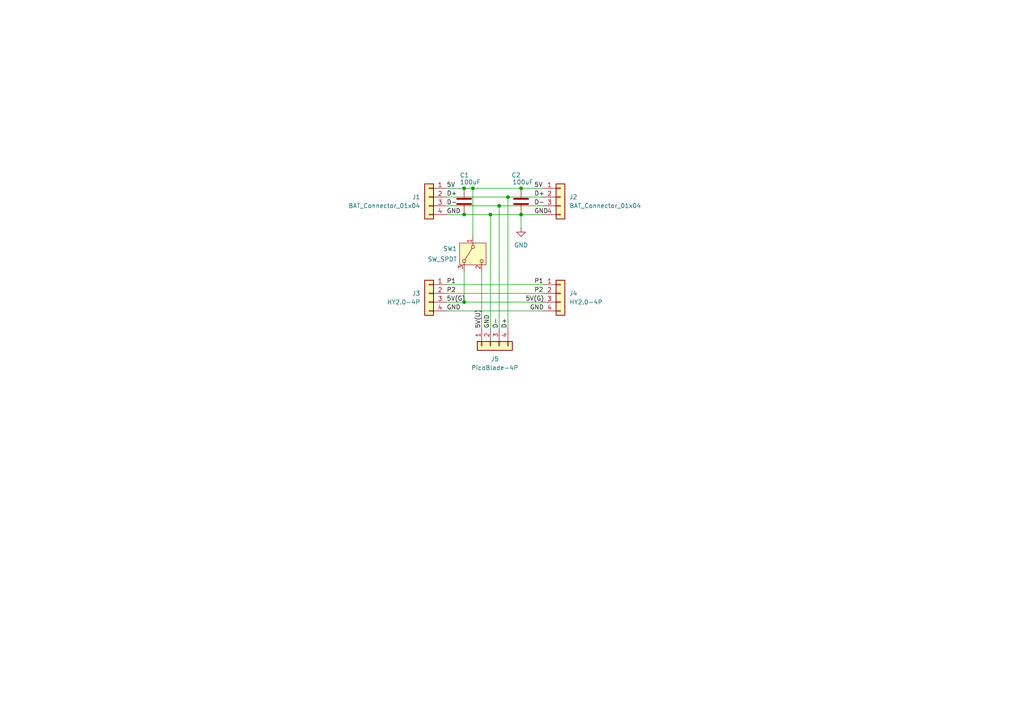
<source format=kicad_sch>
(kicad_sch
	(version 20250114)
	(generator "eeschema")
	(generator_version "9.0")
	(uuid "534e245b-f00c-4345-b989-6d69c18d301d")
	(paper "A4")
	(lib_symbols
		(symbol "Connector_Generic:Conn_01x04"
			(pin_names
				(offset 1.016)
				(hide yes)
			)
			(exclude_from_sim no)
			(in_bom yes)
			(on_board yes)
			(property "Reference" "J"
				(at 0 5.08 0)
				(effects
					(font
						(size 1.27 1.27)
					)
				)
			)
			(property "Value" "Conn_01x04"
				(at 0 -7.62 0)
				(effects
					(font
						(size 1.27 1.27)
					)
				)
			)
			(property "Footprint" ""
				(at 0 0 0)
				(effects
					(font
						(size 1.27 1.27)
					)
					(hide yes)
				)
			)
			(property "Datasheet" "~"
				(at 0 0 0)
				(effects
					(font
						(size 1.27 1.27)
					)
					(hide yes)
				)
			)
			(property "Description" "Generic connector, single row, 01x04, script generated (kicad-library-utils/schlib/autogen/connector/)"
				(at 0 0 0)
				(effects
					(font
						(size 1.27 1.27)
					)
					(hide yes)
				)
			)
			(property "ki_keywords" "connector"
				(at 0 0 0)
				(effects
					(font
						(size 1.27 1.27)
					)
					(hide yes)
				)
			)
			(property "ki_fp_filters" "Connector*:*_1x??_*"
				(at 0 0 0)
				(effects
					(font
						(size 1.27 1.27)
					)
					(hide yes)
				)
			)
			(symbol "Conn_01x04_1_1"
				(rectangle
					(start -1.27 3.81)
					(end 1.27 -6.35)
					(stroke
						(width 0.254)
						(type default)
					)
					(fill
						(type background)
					)
				)
				(rectangle
					(start -1.27 2.667)
					(end 0 2.413)
					(stroke
						(width 0.1524)
						(type default)
					)
					(fill
						(type none)
					)
				)
				(rectangle
					(start -1.27 0.127)
					(end 0 -0.127)
					(stroke
						(width 0.1524)
						(type default)
					)
					(fill
						(type none)
					)
				)
				(rectangle
					(start -1.27 -2.413)
					(end 0 -2.667)
					(stroke
						(width 0.1524)
						(type default)
					)
					(fill
						(type none)
					)
				)
				(rectangle
					(start -1.27 -4.953)
					(end 0 -5.207)
					(stroke
						(width 0.1524)
						(type default)
					)
					(fill
						(type none)
					)
				)
				(pin passive line
					(at -5.08 2.54 0)
					(length 3.81)
					(name "Pin_1"
						(effects
							(font
								(size 1.27 1.27)
							)
						)
					)
					(number "1"
						(effects
							(font
								(size 1.27 1.27)
							)
						)
					)
				)
				(pin passive line
					(at -5.08 0 0)
					(length 3.81)
					(name "Pin_2"
						(effects
							(font
								(size 1.27 1.27)
							)
						)
					)
					(number "2"
						(effects
							(font
								(size 1.27 1.27)
							)
						)
					)
				)
				(pin passive line
					(at -5.08 -2.54 0)
					(length 3.81)
					(name "Pin_3"
						(effects
							(font
								(size 1.27 1.27)
							)
						)
					)
					(number "3"
						(effects
							(font
								(size 1.27 1.27)
							)
						)
					)
				)
				(pin passive line
					(at -5.08 -5.08 0)
					(length 3.81)
					(name "Pin_4"
						(effects
							(font
								(size 1.27 1.27)
							)
						)
					)
					(number "4"
						(effects
							(font
								(size 1.27 1.27)
							)
						)
					)
				)
			)
			(embedded_fonts no)
		)
		(symbol "Device:C"
			(pin_numbers
				(hide yes)
			)
			(pin_names
				(offset 0.254)
			)
			(exclude_from_sim no)
			(in_bom yes)
			(on_board yes)
			(property "Reference" "C"
				(at 0.635 2.54 0)
				(effects
					(font
						(size 1.27 1.27)
					)
					(justify left)
				)
			)
			(property "Value" "C"
				(at 0.635 -2.54 0)
				(effects
					(font
						(size 1.27 1.27)
					)
					(justify left)
				)
			)
			(property "Footprint" ""
				(at 0.9652 -3.81 0)
				(effects
					(font
						(size 1.27 1.27)
					)
					(hide yes)
				)
			)
			(property "Datasheet" "~"
				(at 0 0 0)
				(effects
					(font
						(size 1.27 1.27)
					)
					(hide yes)
				)
			)
			(property "Description" "Unpolarized capacitor"
				(at 0 0 0)
				(effects
					(font
						(size 1.27 1.27)
					)
					(hide yes)
				)
			)
			(property "ki_keywords" "cap capacitor"
				(at 0 0 0)
				(effects
					(font
						(size 1.27 1.27)
					)
					(hide yes)
				)
			)
			(property "ki_fp_filters" "C_*"
				(at 0 0 0)
				(effects
					(font
						(size 1.27 1.27)
					)
					(hide yes)
				)
			)
			(symbol "C_0_1"
				(polyline
					(pts
						(xy -2.032 0.762) (xy 2.032 0.762)
					)
					(stroke
						(width 0.508)
						(type default)
					)
					(fill
						(type none)
					)
				)
				(polyline
					(pts
						(xy -2.032 -0.762) (xy 2.032 -0.762)
					)
					(stroke
						(width 0.508)
						(type default)
					)
					(fill
						(type none)
					)
				)
			)
			(symbol "C_1_1"
				(pin passive line
					(at 0 3.81 270)
					(length 2.794)
					(name "~"
						(effects
							(font
								(size 1.27 1.27)
							)
						)
					)
					(number "1"
						(effects
							(font
								(size 1.27 1.27)
							)
						)
					)
				)
				(pin passive line
					(at 0 -3.81 90)
					(length 2.794)
					(name "~"
						(effects
							(font
								(size 1.27 1.27)
							)
						)
					)
					(number "2"
						(effects
							(font
								(size 1.27 1.27)
							)
						)
					)
				)
			)
			(embedded_fonts no)
		)
		(symbol "Switch:SW_SPDT_312"
			(pin_names
				(offset 1)
				(hide yes)
			)
			(exclude_from_sim no)
			(in_bom yes)
			(on_board yes)
			(property "Reference" "SW"
				(at 0 5.08 0)
				(effects
					(font
						(size 1.27 1.27)
					)
				)
			)
			(property "Value" "SW_SPDT_312"
				(at 0 -5.08 0)
				(effects
					(font
						(size 1.27 1.27)
					)
				)
			)
			(property "Footprint" ""
				(at 0 -10.16 0)
				(effects
					(font
						(size 1.27 1.27)
					)
					(hide yes)
				)
			)
			(property "Datasheet" "~"
				(at 0 -7.62 0)
				(effects
					(font
						(size 1.27 1.27)
					)
					(hide yes)
				)
			)
			(property "Description" "Switch, single pole double throw"
				(at 0 0 0)
				(effects
					(font
						(size 1.27 1.27)
					)
					(hide yes)
				)
			)
			(property "ki_keywords" "changeover single-pole double-throw spdt ON-ON"
				(at 0 0 0)
				(effects
					(font
						(size 1.27 1.27)
					)
					(hide yes)
				)
			)
			(symbol "SW_SPDT_312_0_1"
				(circle
					(center -2.032 0)
					(radius 0.4572)
					(stroke
						(width 0)
						(type default)
					)
					(fill
						(type none)
					)
				)
				(polyline
					(pts
						(xy -1.651 0.254) (xy 1.651 2.286)
					)
					(stroke
						(width 0)
						(type default)
					)
					(fill
						(type none)
					)
				)
				(circle
					(center 2.032 2.54)
					(radius 0.4572)
					(stroke
						(width 0)
						(type default)
					)
					(fill
						(type none)
					)
				)
				(circle
					(center 2.032 -2.54)
					(radius 0.4572)
					(stroke
						(width 0)
						(type default)
					)
					(fill
						(type none)
					)
				)
			)
			(symbol "SW_SPDT_312_1_1"
				(rectangle
					(start -3.175 3.81)
					(end 3.175 -3.81)
					(stroke
						(width 0)
						(type default)
					)
					(fill
						(type background)
					)
				)
				(pin passive line
					(at -5.08 0 0)
					(length 2.54)
					(name "B"
						(effects
							(font
								(size 1.27 1.27)
							)
						)
					)
					(number "1"
						(effects
							(font
								(size 1.27 1.27)
							)
						)
					)
				)
				(pin passive line
					(at 5.08 2.54 180)
					(length 2.54)
					(name "A"
						(effects
							(font
								(size 1.27 1.27)
							)
						)
					)
					(number "3"
						(effects
							(font
								(size 1.27 1.27)
							)
						)
					)
				)
				(pin passive line
					(at 5.08 -2.54 180)
					(length 2.54)
					(name "C"
						(effects
							(font
								(size 1.27 1.27)
							)
						)
					)
					(number "2"
						(effects
							(font
								(size 1.27 1.27)
							)
						)
					)
				)
			)
			(embedded_fonts no)
		)
		(symbol "power:GND"
			(power)
			(pin_numbers
				(hide yes)
			)
			(pin_names
				(offset 0)
				(hide yes)
			)
			(exclude_from_sim no)
			(in_bom yes)
			(on_board yes)
			(property "Reference" "#PWR"
				(at 0 -6.35 0)
				(effects
					(font
						(size 1.27 1.27)
					)
					(hide yes)
				)
			)
			(property "Value" "GND"
				(at 0 -3.81 0)
				(effects
					(font
						(size 1.27 1.27)
					)
				)
			)
			(property "Footprint" ""
				(at 0 0 0)
				(effects
					(font
						(size 1.27 1.27)
					)
					(hide yes)
				)
			)
			(property "Datasheet" ""
				(at 0 0 0)
				(effects
					(font
						(size 1.27 1.27)
					)
					(hide yes)
				)
			)
			(property "Description" "Power symbol creates a global label with name \"GND\" , ground"
				(at 0 0 0)
				(effects
					(font
						(size 1.27 1.27)
					)
					(hide yes)
				)
			)
			(property "ki_keywords" "global power"
				(at 0 0 0)
				(effects
					(font
						(size 1.27 1.27)
					)
					(hide yes)
				)
			)
			(symbol "GND_0_1"
				(polyline
					(pts
						(xy 0 0) (xy 0 -1.27) (xy 1.27 -1.27) (xy 0 -2.54) (xy -1.27 -1.27) (xy 0 -1.27)
					)
					(stroke
						(width 0)
						(type default)
					)
					(fill
						(type none)
					)
				)
			)
			(symbol "GND_1_1"
				(pin power_in line
					(at 0 0 270)
					(length 0)
					(name "~"
						(effects
							(font
								(size 1.27 1.27)
							)
						)
					)
					(number "1"
						(effects
							(font
								(size 1.27 1.27)
							)
						)
					)
				)
			)
			(embedded_fonts no)
		)
	)
	(junction
		(at 144.78 59.69)
		(diameter 0)
		(color 0 0 0 0)
		(uuid "1595b8b2-c649-45d9-82d1-661fe733f90f")
	)
	(junction
		(at 147.32 57.15)
		(diameter 0)
		(color 0 0 0 0)
		(uuid "22471bcb-1a27-49fd-9530-29a97a216307")
	)
	(junction
		(at 142.24 62.23)
		(diameter 0)
		(color 0 0 0 0)
		(uuid "28598078-2459-4809-ac85-8a7b4a18eaec")
	)
	(junction
		(at 134.62 87.63)
		(diameter 0)
		(color 0 0 0 0)
		(uuid "3532e680-9575-4330-9bde-1bb7ba0fcb44")
	)
	(junction
		(at 151.13 54.61)
		(diameter 0)
		(color 0 0 0 0)
		(uuid "4d2f3044-fe09-4c56-8b45-d43200b4a185")
	)
	(junction
		(at 137.16 54.61)
		(diameter 0)
		(color 0 0 0 0)
		(uuid "74fcc237-59f1-43ae-8c1a-15d302244146")
	)
	(junction
		(at 151.13 62.23)
		(diameter 0)
		(color 0 0 0 0)
		(uuid "96c613af-9967-45f2-9bb4-616524281705")
	)
	(junction
		(at 134.62 54.61)
		(diameter 0)
		(color 0 0 0 0)
		(uuid "acd5d93d-de3b-44b0-b7a5-51b26b7028e6")
	)
	(junction
		(at 134.62 62.23)
		(diameter 0)
		(color 0 0 0 0)
		(uuid "f29a70c8-c8fa-4561-9107-b2ce062c9f94")
	)
	(wire
		(pts
			(xy 147.32 57.15) (xy 157.48 57.15)
		)
		(stroke
			(width 0)
			(type default)
		)
		(uuid "1200be45-f5be-4b83-a418-01a08635f4a5")
	)
	(wire
		(pts
			(xy 151.13 62.23) (xy 157.48 62.23)
		)
		(stroke
			(width 0)
			(type default)
		)
		(uuid "1ac00dd6-6254-4b70-b11a-6a8c101c34ec")
	)
	(wire
		(pts
			(xy 137.16 54.61) (xy 137.16 68.58)
		)
		(stroke
			(width 0)
			(type default)
		)
		(uuid "20c82421-7d82-4dcf-bfab-3332bd1d5485")
	)
	(wire
		(pts
			(xy 144.78 59.69) (xy 157.48 59.69)
		)
		(stroke
			(width 0)
			(type default)
		)
		(uuid "21debc89-f8a9-4bd2-b09f-38c96186eb73")
	)
	(wire
		(pts
			(xy 142.24 62.23) (xy 142.24 95.25)
		)
		(stroke
			(width 0)
			(type default)
		)
		(uuid "229a6c3b-1273-43db-8b8c-def4e9a24e74")
	)
	(wire
		(pts
			(xy 129.54 62.23) (xy 134.62 62.23)
		)
		(stroke
			(width 0)
			(type default)
		)
		(uuid "281b637d-dacf-46eb-9e86-6aa74f96208d")
	)
	(wire
		(pts
			(xy 151.13 66.04) (xy 151.13 62.23)
		)
		(stroke
			(width 0)
			(type default)
		)
		(uuid "293e0c71-7fbc-4864-a892-809e51dec736")
	)
	(wire
		(pts
			(xy 129.54 85.09) (xy 157.48 85.09)
		)
		(stroke
			(width 0)
			(type default)
		)
		(uuid "2a4a7900-4f78-4996-a963-3fc3f2b30c19")
	)
	(wire
		(pts
			(xy 134.62 62.23) (xy 142.24 62.23)
		)
		(stroke
			(width 0)
			(type default)
		)
		(uuid "31965f90-4916-4a19-be78-de66ccce9400")
	)
	(wire
		(pts
			(xy 137.16 54.61) (xy 151.13 54.61)
		)
		(stroke
			(width 0)
			(type default)
		)
		(uuid "31fbca44-d6e8-4b21-8c83-42e622ec0abf")
	)
	(wire
		(pts
			(xy 129.54 57.15) (xy 147.32 57.15)
		)
		(stroke
			(width 0)
			(type default)
		)
		(uuid "3f7ed251-a647-470d-a81a-c69e4e5d5a57")
	)
	(wire
		(pts
			(xy 147.32 57.15) (xy 147.32 95.25)
		)
		(stroke
			(width 0)
			(type default)
		)
		(uuid "58e0fe2a-c06a-4c88-8ecc-71063e77d852")
	)
	(wire
		(pts
			(xy 151.13 54.61) (xy 157.48 54.61)
		)
		(stroke
			(width 0)
			(type default)
		)
		(uuid "61b42c9f-c2a2-4df0-b8ca-675753c204da")
	)
	(wire
		(pts
			(xy 129.54 87.63) (xy 134.62 87.63)
		)
		(stroke
			(width 0)
			(type default)
		)
		(uuid "67bba40a-9e27-4b4d-844d-95b5e8866d46")
	)
	(wire
		(pts
			(xy 142.24 62.23) (xy 151.13 62.23)
		)
		(stroke
			(width 0)
			(type default)
		)
		(uuid "7604465f-e443-49b4-8f98-58b40472f231")
	)
	(wire
		(pts
			(xy 139.7 78.74) (xy 139.7 95.25)
		)
		(stroke
			(width 0)
			(type default)
		)
		(uuid "7c011c64-e2a9-445c-8536-dd7c992548b4")
	)
	(wire
		(pts
			(xy 129.54 82.55) (xy 157.48 82.55)
		)
		(stroke
			(width 0)
			(type default)
		)
		(uuid "8bfc805e-80d4-49ea-b179-9546af487bdd")
	)
	(wire
		(pts
			(xy 134.62 78.74) (xy 134.62 87.63)
		)
		(stroke
			(width 0)
			(type default)
		)
		(uuid "8edbd110-7ca8-4ffe-8f33-4829c0b1fb36")
	)
	(wire
		(pts
			(xy 129.54 54.61) (xy 134.62 54.61)
		)
		(stroke
			(width 0)
			(type default)
		)
		(uuid "917554dd-81bb-4c3f-855e-001311e8fe20")
	)
	(wire
		(pts
			(xy 129.54 59.69) (xy 144.78 59.69)
		)
		(stroke
			(width 0)
			(type default)
		)
		(uuid "9780e5a5-8286-43bc-ae73-c9bd5af229f9")
	)
	(wire
		(pts
			(xy 144.78 59.69) (xy 144.78 95.25)
		)
		(stroke
			(width 0)
			(type default)
		)
		(uuid "98a0edc9-0818-4350-8884-c93398d9af06")
	)
	(wire
		(pts
			(xy 129.54 90.17) (xy 157.48 90.17)
		)
		(stroke
			(width 0)
			(type default)
		)
		(uuid "997b6751-81fb-4f19-8cbc-06ef34234d1f")
	)
	(wire
		(pts
			(xy 134.62 54.61) (xy 137.16 54.61)
		)
		(stroke
			(width 0)
			(type default)
		)
		(uuid "c0036a10-73ee-4bae-bcbf-7961057992c3")
	)
	(wire
		(pts
			(xy 134.62 87.63) (xy 157.48 87.63)
		)
		(stroke
			(width 0)
			(type default)
		)
		(uuid "ea800abf-8ab3-4a65-b036-a473cfbb7294")
	)
	(label "D-"
		(at 129.54 59.69 0)
		(effects
			(font
				(size 1.27 1.27)
			)
			(justify left bottom)
		)
		(uuid "19f1416b-2972-4c82-b963-0e96250723a3")
	)
	(label "GND"
		(at 129.54 90.17 0)
		(effects
			(font
				(size 1.27 1.27)
			)
			(justify left bottom)
		)
		(uuid "2b806ca2-dcd0-41d3-b40a-ff0844bd601b")
	)
	(label "D+"
		(at 129.54 57.15 0)
		(effects
			(font
				(size 1.27 1.27)
			)
			(justify left bottom)
		)
		(uuid "2fd2035d-ded9-487a-9893-a16a04794dbd")
	)
	(label "GND"
		(at 142.24 95.25 90)
		(effects
			(font
				(size 1.27 1.27)
			)
			(justify left bottom)
		)
		(uuid "3745887b-de39-4c75-b8c5-a42bb3b5e05d")
	)
	(label "P2"
		(at 154.94 85.09 0)
		(effects
			(font
				(size 1.27 1.27)
			)
			(justify left bottom)
		)
		(uuid "382be7ae-c35f-41ca-9e71-65b0c7d33b28")
	)
	(label "5V"
		(at 129.54 54.61 0)
		(effects
			(font
				(size 1.27 1.27)
			)
			(justify left bottom)
		)
		(uuid "4fd116b5-6090-49ce-ace3-73c30d6b7cbf")
	)
	(label "5V(G)"
		(at 152.4 87.63 0)
		(effects
			(font
				(size 1.27 1.27)
			)
			(justify left bottom)
		)
		(uuid "524b91de-65bd-49ef-865e-8a18841e2430")
	)
	(label "GND"
		(at 153.67 90.17 0)
		(effects
			(font
				(size 1.27 1.27)
			)
			(justify left bottom)
		)
		(uuid "5d1c0dd3-2ff9-4534-9baf-8dcf6f379bd9")
	)
	(label "D-"
		(at 154.94 59.69 0)
		(effects
			(font
				(size 1.27 1.27)
			)
			(justify left bottom)
		)
		(uuid "61e1e9b1-5951-444a-b9a7-1698b8f2a0a4")
	)
	(label "D+"
		(at 154.94 57.15 0)
		(effects
			(font
				(size 1.27 1.27)
			)
			(justify left bottom)
		)
		(uuid "660e4aea-08a7-49dc-ba6f-1b91c9d2510b")
	)
	(label "P1"
		(at 154.94 82.55 0)
		(effects
			(font
				(size 1.27 1.27)
			)
			(justify left bottom)
		)
		(uuid "7ff0d3c1-fb4b-40ef-b984-e459bebb8fbb")
	)
	(label "5V(G)"
		(at 129.54 87.63 0)
		(effects
			(font
				(size 1.27 1.27)
			)
			(justify left bottom)
		)
		(uuid "913271c6-d939-4884-b137-00b4cc79924a")
	)
	(label "GND"
		(at 154.94 62.23 0)
		(effects
			(font
				(size 1.27 1.27)
			)
			(justify left bottom)
		)
		(uuid "a870b03b-0148-4305-a661-d0028ab21cb5")
	)
	(label "P2"
		(at 129.54 85.09 0)
		(effects
			(font
				(size 1.27 1.27)
			)
			(justify left bottom)
		)
		(uuid "ae0b7336-3f72-46e9-93b4-5360ea8567a5")
	)
	(label "D-"
		(at 144.78 95.25 90)
		(effects
			(font
				(size 1.27 1.27)
			)
			(justify left bottom)
		)
		(uuid "bc18a225-2ed8-429f-8bb7-a041c26b4c4e")
	)
	(label "5V"
		(at 154.94 54.61 0)
		(effects
			(font
				(size 1.27 1.27)
			)
			(justify left bottom)
		)
		(uuid "c5b59d8a-bff0-4ca3-a814-561b193e4005")
	)
	(label "5V(U)"
		(at 139.7 95.25 90)
		(effects
			(font
				(size 1.27 1.27)
			)
			(justify left bottom)
		)
		(uuid "da331ed7-dd66-4e99-8eb1-9fd1a8765869")
	)
	(label "D+"
		(at 147.32 95.25 90)
		(effects
			(font
				(size 1.27 1.27)
			)
			(justify left bottom)
		)
		(uuid "dba7bd20-48de-4c3f-9538-9a8a51edfa38")
	)
	(label "P1"
		(at 129.54 82.55 0)
		(effects
			(font
				(size 1.27 1.27)
			)
			(justify left bottom)
		)
		(uuid "e6a97803-260a-4add-9737-3afc8d8d78c7")
	)
	(label "GND"
		(at 129.54 62.23 0)
		(effects
			(font
				(size 1.27 1.27)
			)
			(justify left bottom)
		)
		(uuid "fc07f7a6-40b7-43a1-8a5c-62326ba20832")
	)
	(symbol
		(lib_id "Connector_Generic:Conn_01x04")
		(at 124.46 85.09 0)
		(mirror y)
		(unit 1)
		(exclude_from_sim no)
		(in_bom yes)
		(on_board yes)
		(dnp no)
		(uuid "06346235-2120-40fd-8776-61105852c431")
		(property "Reference" "J3"
			(at 121.92 85.0899 0)
			(effects
				(font
					(size 1.27 1.27)
				)
				(justify left)
			)
		)
		(property "Value" "HY2.0-4P"
			(at 121.92 87.6299 0)
			(effects
				(font
					(size 1.27 1.27)
				)
				(justify left)
			)
		)
		(property "Footprint" "Connector:NS-Tech_Grove_1x04_P2mm_Vertical"
			(at 124.46 85.09 0)
			(effects
				(font
					(size 1.27 1.27)
				)
				(hide yes)
			)
		)
		(property "Datasheet" "~"
			(at 124.46 85.09 0)
			(effects
				(font
					(size 1.27 1.27)
				)
				(hide yes)
			)
		)
		(property "Description" "Generic connector, single row, 01x04, script generated (kicad-library-utils/schlib/autogen/connector/)"
			(at 124.46 85.09 0)
			(effects
				(font
					(size 1.27 1.27)
				)
				(hide yes)
			)
		)
		(pin "3"
			(uuid "c6632f5e-a85b-40be-8af5-8b0892c1ef8c")
		)
		(pin "2"
			(uuid "19f472df-07b9-48f5-a7f1-e80a9f6b4359")
		)
		(pin "1"
			(uuid "ad3c2f0f-8663-4143-8b05-e80fc897cd1c")
		)
		(pin "4"
			(uuid "e07a9a57-2544-404a-ac3a-f588719fe7bd")
		)
		(instances
			(project "Stack-chan_360"
				(path "/534e245b-f00c-4345-b989-6d69c18d301d"
					(reference "J3")
					(unit 1)
				)
			)
		)
	)
	(symbol
		(lib_id "Connector_Generic:Conn_01x04")
		(at 124.46 57.15 0)
		(mirror y)
		(unit 1)
		(exclude_from_sim no)
		(in_bom yes)
		(on_board yes)
		(dnp no)
		(uuid "0d0e4d29-d9fd-4ff3-ae72-c92a94ad6243")
		(property "Reference" "J1"
			(at 121.92 57.1499 0)
			(effects
				(font
					(size 1.27 1.27)
				)
				(justify left)
			)
		)
		(property "Value" "BAT_Connector_01x04"
			(at 121.92 59.6899 0)
			(effects
				(font
					(size 1.27 1.27)
				)
				(justify left)
			)
		)
		(property "Footprint" "My_Library:BatteryConector_1.27mm_4P"
			(at 124.46 57.15 0)
			(effects
				(font
					(size 1.27 1.27)
				)
				(hide yes)
			)
		)
		(property "Datasheet" "~"
			(at 124.46 57.15 0)
			(effects
				(font
					(size 1.27 1.27)
				)
				(hide yes)
			)
		)
		(property "Description" "Generic connector, single row, 01x04, script generated (kicad-library-utils/schlib/autogen/connector/)"
			(at 124.46 57.15 0)
			(effects
				(font
					(size 1.27 1.27)
				)
				(hide yes)
			)
		)
		(pin "3"
			(uuid "9666475f-655c-4d55-aa6d-801ee64ae2d4")
		)
		(pin "2"
			(uuid "46f4b7c5-c93e-40de-85dd-517a33669ca1")
		)
		(pin "1"
			(uuid "5cc159d1-c06d-458d-85c8-d18069ac0136")
		)
		(pin "4"
			(uuid "7ddd28ba-4a76-4bcd-966a-5b898a38fa2b")
		)
		(instances
			(project ""
				(path "/534e245b-f00c-4345-b989-6d69c18d301d"
					(reference "J1")
					(unit 1)
				)
			)
		)
	)
	(symbol
		(lib_id "Switch:SW_SPDT_312")
		(at 137.16 73.66 90)
		(mirror x)
		(unit 1)
		(exclude_from_sim no)
		(in_bom yes)
		(on_board yes)
		(dnp no)
		(uuid "1ec0ce98-f08a-4cd3-b91f-22c01c09d869")
		(property "Reference" "SW1"
			(at 132.588 72.136 90)
			(effects
				(font
					(size 1.27 1.27)
				)
				(justify left)
			)
		)
		(property "Value" "SW_SPDT"
			(at 132.588 75.184 90)
			(effects
				(font
					(size 1.27 1.27)
				)
				(justify left)
			)
		)
		(property "Footprint" "Local_Library:SW_Slide-03_Wuerth-WS-SLTV_9x3.5x3.5_P2.54mm"
			(at 147.32 73.66 0)
			(effects
				(font
					(size 1.27 1.27)
				)
				(hide yes)
			)
		)
		(property "Datasheet" "~"
			(at 144.78 73.66 0)
			(effects
				(font
					(size 1.27 1.27)
				)
				(hide yes)
			)
		)
		(property "Description" "Switch, single pole double throw"
			(at 137.16 73.66 0)
			(effects
				(font
					(size 1.27 1.27)
				)
				(hide yes)
			)
		)
		(pin "1"
			(uuid "5793cf15-78e3-43d3-9497-6b4c0d0aea4b")
		)
		(pin "3"
			(uuid "a3f7dd5b-009e-4596-bab9-d69b43c316e8")
		)
		(pin "2"
			(uuid "c7d6190c-9095-43b0-92ac-33f9b4d2c141")
		)
		(instances
			(project ""
				(path "/534e245b-f00c-4345-b989-6d69c18d301d"
					(reference "SW1")
					(unit 1)
				)
			)
		)
	)
	(symbol
		(lib_id "Connector_Generic:Conn_01x04")
		(at 142.24 100.33 90)
		(mirror x)
		(unit 1)
		(exclude_from_sim no)
		(in_bom yes)
		(on_board yes)
		(dnp no)
		(uuid "63de4a0b-3ab7-4d3c-a52d-8bb1fc4e5069")
		(property "Reference" "J5"
			(at 143.51 104.14 90)
			(effects
				(font
					(size 1.27 1.27)
				)
			)
		)
		(property "Value" "PicoBlade-4P"
			(at 143.51 106.68 90)
			(effects
				(font
					(size 1.27 1.27)
				)
			)
		)
		(property "Footprint" "Connector_Molex:Molex_PicoBlade_53047-0410_1x04_P1.25mm_Vertical"
			(at 142.24 100.33 0)
			(effects
				(font
					(size 1.27 1.27)
				)
				(hide yes)
			)
		)
		(property "Datasheet" "~"
			(at 142.24 100.33 0)
			(effects
				(font
					(size 1.27 1.27)
				)
				(hide yes)
			)
		)
		(property "Description" "Generic connector, single row, 01x04, script generated (kicad-library-utils/schlib/autogen/connector/)"
			(at 142.24 100.33 0)
			(effects
				(font
					(size 1.27 1.27)
				)
				(hide yes)
			)
		)
		(pin "3"
			(uuid "a7fb385d-5de7-4f19-90dd-6f268743c53f")
		)
		(pin "2"
			(uuid "75299979-04e1-413b-8f31-af4233e08a3f")
		)
		(pin "1"
			(uuid "698079de-9ec0-4cd9-a917-42ebba90eeb4")
		)
		(pin "4"
			(uuid "3a0d0e15-c717-44ad-9866-c269d15d71bf")
		)
		(instances
			(project "Stack-chan_360Unit-A"
				(path "/534e245b-f00c-4345-b989-6d69c18d301d"
					(reference "J5")
					(unit 1)
				)
			)
		)
	)
	(symbol
		(lib_id "Device:C")
		(at 134.62 58.42 0)
		(unit 1)
		(exclude_from_sim no)
		(in_bom yes)
		(on_board yes)
		(dnp no)
		(uuid "95159350-0fe3-46c1-9e8b-2ff6717f8b73")
		(property "Reference" "C1"
			(at 133.35 50.8 0)
			(effects
				(font
					(size 1.27 1.27)
				)
				(justify left)
			)
		)
		(property "Value" "100uF"
			(at 133.35 52.832 0)
			(effects
				(font
					(size 1.27 1.27)
				)
				(justify left)
			)
		)
		(property "Footprint" "Capacitor_SMD:C_1206_3216Metric_Pad1.33x1.80mm_HandSolder"
			(at 135.5852 62.23 0)
			(effects
				(font
					(size 1.27 1.27)
				)
				(hide yes)
			)
		)
		(property "Datasheet" "~"
			(at 134.62 58.42 0)
			(effects
				(font
					(size 1.27 1.27)
				)
				(hide yes)
			)
		)
		(property "Description" "Unpolarized capacitor"
			(at 134.62 58.42 0)
			(effects
				(font
					(size 1.27 1.27)
				)
				(hide yes)
			)
		)
		(pin "1"
			(uuid "21751204-e2f2-4371-82ba-999c12dd8351")
		)
		(pin "2"
			(uuid "699397fe-1669-4c1f-b774-6c85256d3782")
		)
		(instances
			(project ""
				(path "/534e245b-f00c-4345-b989-6d69c18d301d"
					(reference "C1")
					(unit 1)
				)
			)
		)
	)
	(symbol
		(lib_id "Connector_Generic:Conn_01x04")
		(at 162.56 85.09 0)
		(unit 1)
		(exclude_from_sim no)
		(in_bom yes)
		(on_board yes)
		(dnp no)
		(fields_autoplaced yes)
		(uuid "a0a4c2d6-b8f6-4e1e-90d7-7b68b3543254")
		(property "Reference" "J4"
			(at 165.1 85.0899 0)
			(effects
				(font
					(size 1.27 1.27)
				)
				(justify left)
			)
		)
		(property "Value" "HY2.0-4P"
			(at 165.1 87.6299 0)
			(effects
				(font
					(size 1.27 1.27)
				)
				(justify left)
			)
		)
		(property "Footprint" "My_Library:CON_GROVE_H"
			(at 162.56 85.09 0)
			(effects
				(font
					(size 1.27 1.27)
				)
				(hide yes)
			)
		)
		(property "Datasheet" "~"
			(at 162.56 85.09 0)
			(effects
				(font
					(size 1.27 1.27)
				)
				(hide yes)
			)
		)
		(property "Description" "Generic connector, single row, 01x04, script generated (kicad-library-utils/schlib/autogen/connector/)"
			(at 162.56 85.09 0)
			(effects
				(font
					(size 1.27 1.27)
				)
				(hide yes)
			)
		)
		(pin "3"
			(uuid "1a8d9ae3-ee27-40d6-9e9d-847a92849689")
		)
		(pin "2"
			(uuid "84f8b073-a0fe-4041-9c80-1fb0b80b46f3")
		)
		(pin "1"
			(uuid "3068fbec-b3b8-4974-824d-f7100c5572a0")
		)
		(pin "4"
			(uuid "91e85847-e300-497d-815c-4d121a4933f0")
		)
		(instances
			(project "Stack-chan_360"
				(path "/534e245b-f00c-4345-b989-6d69c18d301d"
					(reference "J4")
					(unit 1)
				)
			)
		)
	)
	(symbol
		(lib_id "Connector_Generic:Conn_01x04")
		(at 162.56 57.15 0)
		(unit 1)
		(exclude_from_sim no)
		(in_bom yes)
		(on_board yes)
		(dnp no)
		(uuid "b5e181b4-9dcb-47f9-aad5-dee0726a53b9")
		(property "Reference" "J2"
			(at 165.1 57.1499 0)
			(effects
				(font
					(size 1.27 1.27)
				)
				(justify left)
			)
		)
		(property "Value" "BAT_Connector_01x04"
			(at 165.1 59.6899 0)
			(effects
				(font
					(size 1.27 1.27)
				)
				(justify left)
			)
		)
		(property "Footprint" "My_Library:BatteryConector_1.27mm_4P"
			(at 162.56 57.15 0)
			(effects
				(font
					(size 1.27 1.27)
				)
				(hide yes)
			)
		)
		(property "Datasheet" "~"
			(at 162.56 57.15 0)
			(effects
				(font
					(size 1.27 1.27)
				)
				(hide yes)
			)
		)
		(property "Description" "Generic connector, single row, 01x04, script generated (kicad-library-utils/schlib/autogen/connector/)"
			(at 162.56 57.15 0)
			(effects
				(font
					(size 1.27 1.27)
				)
				(hide yes)
			)
		)
		(pin "3"
			(uuid "d123a598-f6a7-4841-a00f-1201b5c48bbf")
		)
		(pin "2"
			(uuid "a9851a1e-b014-4261-98e3-9bf7c4f1c400")
		)
		(pin "1"
			(uuid "9c278a5a-294d-4d71-a150-79735b87ed4f")
		)
		(pin "4"
			(uuid "3de9db96-a926-4926-aa7b-5291af206e57")
		)
		(instances
			(project "Stack-chan_360"
				(path "/534e245b-f00c-4345-b989-6d69c18d301d"
					(reference "J2")
					(unit 1)
				)
			)
		)
	)
	(symbol
		(lib_id "Device:C")
		(at 151.13 58.42 0)
		(unit 1)
		(exclude_from_sim no)
		(in_bom yes)
		(on_board yes)
		(dnp no)
		(uuid "e1fd1e3f-4f2a-48c2-816d-831de41d3ba0")
		(property "Reference" "C2"
			(at 148.336 50.8 0)
			(effects
				(font
					(size 1.27 1.27)
				)
				(justify left)
			)
		)
		(property "Value" "100uF"
			(at 148.59 52.832 0)
			(effects
				(font
					(size 1.27 1.27)
				)
				(justify left)
			)
		)
		(property "Footprint" "Capacitor_SMD:C_1206_3216Metric_Pad1.33x1.80mm_HandSolder"
			(at 152.0952 62.23 0)
			(effects
				(font
					(size 1.27 1.27)
				)
				(hide yes)
			)
		)
		(property "Datasheet" "~"
			(at 151.13 58.42 0)
			(effects
				(font
					(size 1.27 1.27)
				)
				(hide yes)
			)
		)
		(property "Description" "Unpolarized capacitor"
			(at 151.13 58.42 0)
			(effects
				(font
					(size 1.27 1.27)
				)
				(hide yes)
			)
		)
		(pin "2"
			(uuid "759f176f-46de-4fb7-b91f-a3c10e7fe6a7")
		)
		(pin "1"
			(uuid "3f581101-f0ed-4758-9f63-4341b49d02b9")
		)
		(instances
			(project ""
				(path "/534e245b-f00c-4345-b989-6d69c18d301d"
					(reference "C2")
					(unit 1)
				)
			)
		)
	)
	(symbol
		(lib_id "power:GND")
		(at 151.13 66.04 0)
		(unit 1)
		(exclude_from_sim no)
		(in_bom yes)
		(on_board yes)
		(dnp no)
		(fields_autoplaced yes)
		(uuid "f01cf3d7-4ef0-4e90-af71-6e37de8fd17d")
		(property "Reference" "#PWR01"
			(at 151.13 72.39 0)
			(effects
				(font
					(size 1.27 1.27)
				)
				(hide yes)
			)
		)
		(property "Value" "GND"
			(at 151.13 71.12 0)
			(effects
				(font
					(size 1.27 1.27)
				)
			)
		)
		(property "Footprint" ""
			(at 151.13 66.04 0)
			(effects
				(font
					(size 1.27 1.27)
				)
				(hide yes)
			)
		)
		(property "Datasheet" ""
			(at 151.13 66.04 0)
			(effects
				(font
					(size 1.27 1.27)
				)
				(hide yes)
			)
		)
		(property "Description" "Power symbol creates a global label with name \"GND\" , ground"
			(at 151.13 66.04 0)
			(effects
				(font
					(size 1.27 1.27)
				)
				(hide yes)
			)
		)
		(pin "1"
			(uuid "d8eb5ea9-65aa-4369-8f64-5849d8f00ec9")
		)
		(instances
			(project ""
				(path "/534e245b-f00c-4345-b989-6d69c18d301d"
					(reference "#PWR01")
					(unit 1)
				)
			)
		)
	)
	(sheet_instances
		(path "/"
			(page "1")
		)
	)
	(embedded_fonts no)
)

</source>
